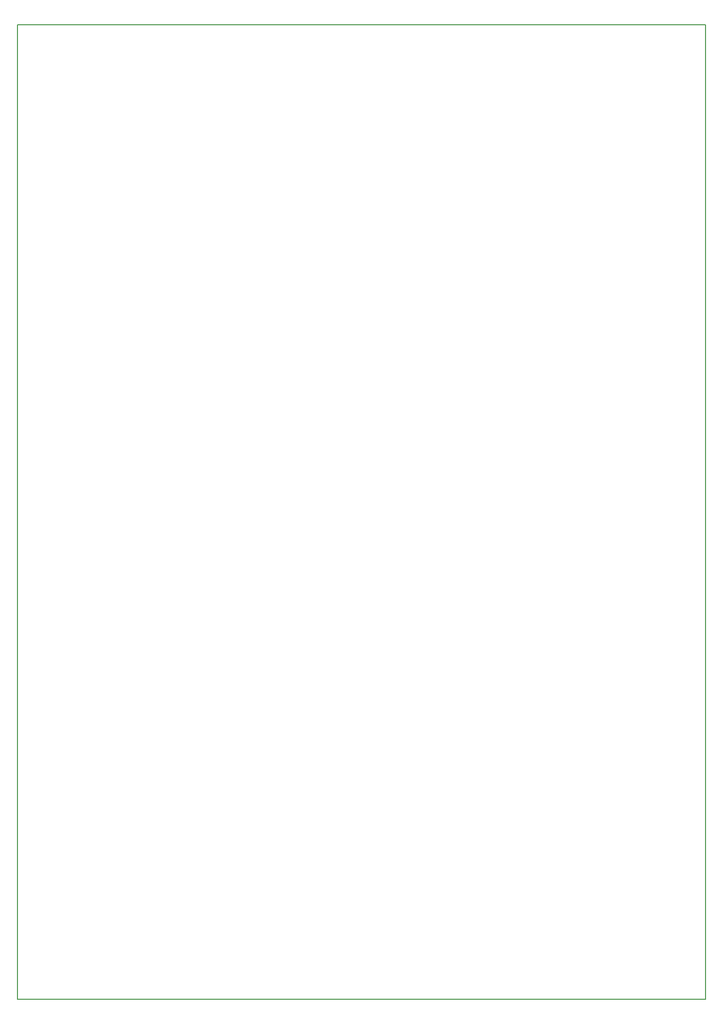
<source format=gbr>
%TF.GenerationSoftware,KiCad,Pcbnew,(5.0.0-rc2-dev-720-g9704891c8)*%
%TF.CreationDate,2018-06-11T16:43:15-04:00*%
%TF.ProjectId,Main,4D61696E2E6B696361645F7063620000,rev?*%
%TF.SameCoordinates,Original*%
%TF.FileFunction,Profile,NP*%
%FSLAX46Y46*%
G04 Gerber Fmt 4.6, Leading zero omitted, Abs format (unit mm)*
G04 Created by KiCad (PCBNEW (5.0.0-rc2-dev-720-g9704891c8)) date Mon Jun 11 16:43:15 2018*
%MOMM*%
%LPD*%
G01*
G04 APERTURE LIST*
%ADD10C,0.150000*%
G04 APERTURE END LIST*
D10*
X20000000Y-190000000D02*
X140000000Y-190000000D01*
X140000000Y-20000000D02*
X140000000Y-190000000D01*
X20000000Y-20000000D02*
X20000000Y-190000000D01*
X20000000Y-20000000D02*
X140000000Y-20000000D01*
M02*

</source>
